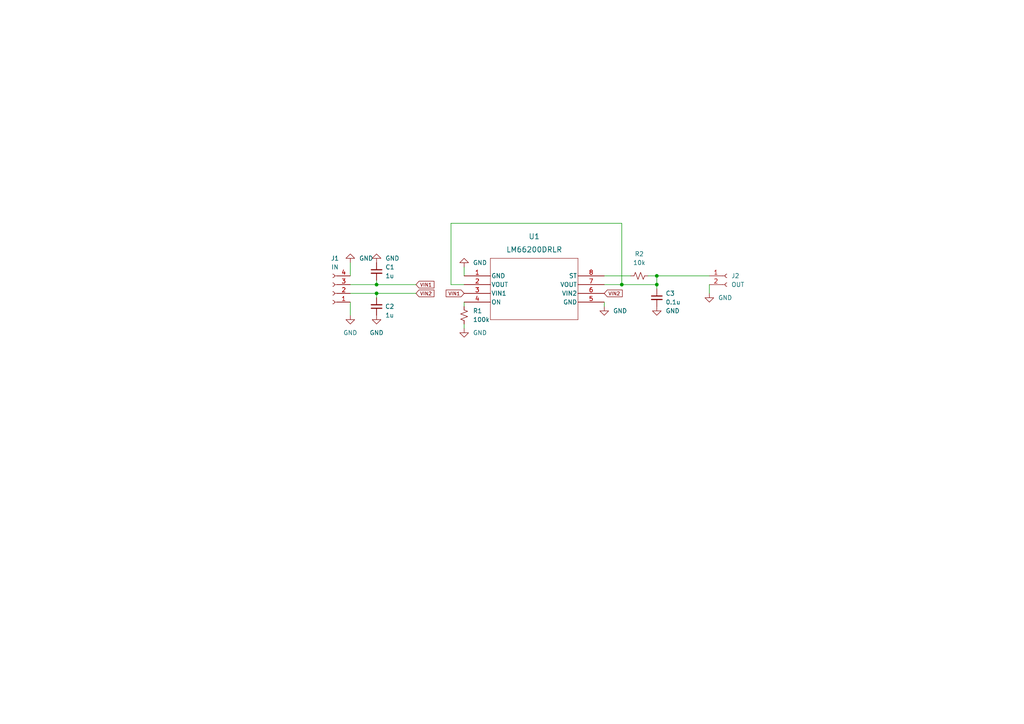
<source format=kicad_sch>
(kicad_sch (version 20211123) (generator eeschema)
  (paper "A4")
  (lib_symbols
    (symbol "Connector:Conn_01x02_Female" (pin_names (offset 1.016) hide)
      (property "Reference" "J" (at 0 2.54 0))
      (property "Value" "Conn_01x02_Female" (at 0 -5.08 0))
      (symbol "Conn_01x02_Female_1_1"
        (arc (start 0 -2.032) (mid -0.508 -2.54) (end 0 -3.048) (stroke (width 0.1524)))
        (polyline (pts (xy -1.27 -2.54) (xy -0.508 -2.54)) (stroke (width 0.1524)))
        (polyline (pts (xy -1.27 0) (xy -0.508 0)) (stroke (width 0.1524)))
        (arc (start 0 0.508) (mid -0.508 0) (end 0 -0.508) (stroke (width 0.1524)))
        (pin passive line (at -5.08 0 0) (length 3.81) (name "Pin_1") (number "1"))
        (pin passive line (at -5.08 -2.54 0) (length 3.81) (name "Pin_2") (number "2"))
      )
    )
    (symbol "Connector:Conn_01x04_Female" (pin_names (offset 1.016) hide)
      (property "Reference" "J" (at 0 5.08 0))
      (property "Value" "Conn_01x04_Female" (at 0 -7.62 0))
      (symbol "Conn_01x04_Female_1_1"
        (arc (start 0 -4.572) (mid -0.508 -5.08) (end 0 -5.588) (stroke (width 0.1524)))
        (arc (start 0 -2.032) (mid -0.508 -2.54) (end 0 -3.048) (stroke (width 0.1524)))
        (polyline (pts (xy -1.27 -5.08) (xy -0.508 -5.08)) (stroke (width 0.1524)))
        (polyline (pts (xy -1.27 -2.54) (xy -0.508 -2.54)) (stroke (width 0.1524)))
        (polyline (pts (xy -1.27 0) (xy -0.508 0)) (stroke (width 0.1524)))
        (polyline (pts (xy -1.27 2.54) (xy -0.508 2.54)) (stroke (width 0.1524)))
        (arc (start 0 0.508) (mid -0.508 0) (end 0 -0.508) (stroke (width 0.1524)))
        (arc (start 0 3.048) (mid -0.508 2.54) (end 0 2.032) (stroke (width 0.1524)))
        (pin passive line (at -5.08 2.54 0) (length 3.81) (name "Pin_1") (number "1"))
        (pin passive line (at -5.08 0 0) (length 3.81) (name "Pin_2") (number "2"))
        (pin passive line (at -5.08 -2.54 0) (length 3.81) (name "Pin_3") (number "3"))
        (pin passive line (at -5.08 -5.08 0) (length 3.81) (name "Pin_4") (number "4"))
      )
    )
    (symbol "Device:C_Small" (pin_numbers hide) (pin_names (offset 0.254) hide)
      (property "Reference" "C" (at 0.254 1.778 0))
      (property "Value" "C_Small" (at 0.254 -2.032 0))
      (symbol "C_Small_0_1"
        (polyline (pts (xy -1.524 -0.508) (xy 1.524 -0.508)) (stroke (width 0.3302)))
        (polyline (pts (xy -1.524 0.508) (xy 1.524 0.508)) (stroke (width 0.3048)))
      )
      (symbol "C_Small_1_1"
        (pin passive line (at 0 2.54 270) (length 2.032) (name "~") (number "1"))
        (pin passive line (at 0 -2.54 90) (length 2.032) (name "~") (number "2"))
      )
    )
    (symbol "Device:R_Small_US" (pin_numbers hide) (pin_names (offset 0.254) hide)
      (property "Reference" "R" (at 0.762 0.508 0))
      (property "Value" "R_Small_US" (at 0.762 -1.016 0))
      (symbol "R_Small_US_1_1"
        (polyline (pts (xy 0 0) (xy 1.016 -0.381) (xy 0 -0.762) (xy -1.016 -1.143) (xy 0 -1.524)))
        (polyline (pts (xy 0 1.524) (xy 1.016 1.143) (xy 0 0.762) (xy -1.016 0.381) (xy 0 0)))
        (pin passive line (at 0 2.54 270) (length 1.016) (name "~") (number "1"))
        (pin passive line (at 0 -2.54 90) (length 1.016) (name "~") (number "2"))
      )
    )
    (symbol "LM66200DRLR:LM66200DRLR" (pin_names (offset 0.254))
      (property "Reference" "U" (at 20.32 10.16 0))
      (property "Value" "LM66200DRLR" (at 20.32 7.62 0))
      (symbol "LM66200DRLR_0_1"
        (polyline (pts (xy 7.62 -12.7) (xy 33.02 -12.7)) (stroke (width 0.127)))
        (polyline (pts (xy 7.62 5.08) (xy 7.62 -12.7)) (stroke (width 0.127)))
        (polyline (pts (xy 33.02 -12.7) (xy 33.02 5.08)) (stroke (width 0.127)))
        (polyline (pts (xy 33.02 5.08) (xy 7.62 5.08)) (stroke (width 0.127)))
        (pin power_out line (at 0 0 0) (length 7.62) (name "GND") (number "1"))
        (pin power_in line (at 0 -2.54 0) (length 7.62) (name "VOUT") (number "2"))
        (pin input line (at 0 -5.08 0) (length 7.62) (name "VIN1") (number "3"))
        (pin input line (at 0 -7.62 0) (length 7.62) (name "ON") (number "4"))
        (pin power_out line (at 40.64 -7.62 180) (length 7.62) (name "GND") (number "5"))
        (pin input line (at 40.64 -5.08 180) (length 7.62) (name "VIN2") (number "6"))
        (pin output line (at 40.64 -2.54 180) (length 7.62) (name "VOUT") (number "7"))
        (pin output line (at 40.64 0 180) (length 7.62) (name "ST") (number "8"))
      )
    )
    (symbol "power:GND" (power) (pin_names (offset 0))
      (property "Value" "GND" (at 0 -3.81 0))
      (symbol "GND_0_1"
        (polyline (pts (xy 0 0) (xy 0 -1.27) (xy 1.27 -1.27) (xy 0 -2.54) (xy -1.27 -1.27) (xy 0 -1.27)))
      )
      (symbol "GND_1_1"
        (pin power_in line (at 0 0 270) (length 0) hide (name "GND") (number "1"))
      )
    )
  )
  (junction (at 190.5 82.55))
  (junction (at 109.22 82.55))
  (junction (at 109.22 85.09))
  (junction (at 180.34 82.55))
  (junction (at 190.5 80.01))
  (wire (pts (xy 190.5 80.01) (xy 187.96 80.01)))
  (wire (pts (xy 109.22 81.28) (xy 109.22 82.55)))
  (wire (pts (xy 134.62 77.47) (xy 134.62 80.01)))
  (wire (pts (xy 190.5 80.01) (xy 205.74 80.01)))
  (wire (pts (xy 101.6 85.09) (xy 109.22 85.09)))
  (wire (pts (xy 130.81 64.77) (xy 180.34 64.77)))
  (wire (pts (xy 109.22 82.55) (xy 120.65 82.55)))
  (wire (pts (xy 109.22 86.36) (xy 109.22 85.09)))
  (wire (pts (xy 101.6 91.44) (xy 101.6 87.63)))
  (wire (pts (xy 109.22 85.09) (xy 120.65 85.09)))
  (wire (pts (xy 175.26 80.01) (xy 182.88 80.01)))
  (wire (pts (xy 134.62 82.55) (xy 130.81 82.55)))
  (wire (pts (xy 101.6 82.55) (xy 109.22 82.55)))
  (wire (pts (xy 180.34 82.55) (xy 175.26 82.55)))
  (wire (pts (xy 101.6 76.2) (xy 101.6 80.01)))
  (wire (pts (xy 190.5 80.01) (xy 190.5 82.55)))
  (wire (pts (xy 190.5 82.55) (xy 180.34 82.55)))
  (wire (pts (xy 180.34 64.77) (xy 180.34 82.55)))
  (wire (pts (xy 134.62 95.25) (xy 134.62 93.98)))
  (wire (pts (xy 134.62 88.9) (xy 134.62 87.63)))
  (wire (pts (xy 190.5 82.55) (xy 190.5 83.82)))
  (wire (pts (xy 205.74 85.09) (xy 205.74 82.55)))
  (wire (pts (xy 130.81 82.55) (xy 130.81 64.77)))
  (wire (pts (xy 175.26 87.63) (xy 175.26 88.9)))
  (global_label "VIN2" (shape input) (at 175.26 85.09 0) (effects (font (size 1 1))) (property "Intersheet References" "${INTERSHEET_REFS}" (effects hide)))
  (global_label "VIN1" (shape input) (at 120.65 82.55 0) (effects (font (size 1 1))) (property "Intersheet References" "${INTERSHEET_REFS}" (effects hide)))
  (global_label "VIN2" (shape input) (at 120.65 85.09 0) (effects (font (size 1 1))) (property "Intersheet References" "${INTERSHEET_REFS}" (effects hide)))
  (global_label "VIN1" (shape input) (at 134.62 85.09 180) (effects (font (size 1 1))) (property "Intersheet References" "${INTERSHEET_REFS}" (effects hide)))
  (symbol (lib_id "Connector:Conn_01x04_Female") (at 96.52 85.09 180) (unit 1)
    (property "Reference" "J1" (at 97.155 74.93 0))
    (property "Value" "IN" (at 97.155 77.47 0))
    (property "Footprint" "Connector_Wire:SolderWire-0.1sqmm_1x04_P3.6mm_D0.4mm_OD1mm" (effects hide))
  )
  (symbol (lib_id "power:GND") (at 109.22 76.2 180) (unit 1)
    (property "Reference" "#PWR0102" (effects hide))
    (property "Value" "GND" (at 111.76 74.9299 0) (effects (justify right)))
  )
  (symbol (lib_id "power:GND") (at 101.6 91.44 0) (unit 1)
    (property "Reference" "#PWR0108" (effects hide))
    (property "Value" "GND" (at 101.6 96.52 0))
  )
  (symbol (lib_id "Device:C_Small") (at 109.22 78.74 0) (unit 1)
    (property "Reference" "C1" (at 111.76 77.4762 0) (effects (justify left)))
    (property "Value" "1u" (at 111.76 80.0162 0) (effects (justify left)))
    (property "Footprint" "Capacitor_SMD:C_0402_1005Metric" (effects hide))
    (property "LCSC" "C2887021" (effects hide))
  )
  (symbol (lib_id "power:GND") (at 101.6 76.2 180) (unit 1)
    (property "Reference" "#PWR0109" (effects hide))
    (property "Value" "GND" (at 104.14 74.9299 0) (effects (justify right)))
  )
  (symbol (lib_id "Device:C_Small") (at 109.22 88.9 180) (unit 1)
    (property "Reference" "C2" (at 113.03 88.9 0))
    (property "Value" "1u" (at 113.03 91.44 0))
    (property "Footprint" "Capacitor_SMD:C_0402_1005Metric" (effects hide))
    (property "LCSC" "C2887021" (effects hide))
  )
  (symbol (lib_id "Device:R_Small_US") (at 185.42 80.01 270) (unit 1)
    (property "Reference" "R2" (at 185.42 73.66 90))
    (property "Value" "10k" (at 185.42 76.2 90))
    (property "Footprint" "Resistor_SMD:R_0603_1608Metric" (effects hide))
    (property "LCSC" "C25804" (effects hide))
  )
  (symbol (lib_id "power:GND") (at 205.74 85.09 0) (unit 1)
    (property "Reference" "#PWR0107" (effects hide))
    (property "Value" "GND" (at 208.28 86.3599 0) (effects (justify left)))
  )
  (symbol (lib_id "power:GND") (at 109.22 91.44 0) (unit 1)
    (property "Reference" "#PWR0101" (effects hide))
    (property "Value" "GND" (at 109.22 96.52 0))
  )
  (symbol (lib_id "Device:C_Small") (at 190.5 86.36 0) (unit 1)
    (property "Reference" "C3" (at 193.04 85.0962 0) (effects (justify left)))
    (property "Value" "0.1u" (at 193.04 87.6362 0) (effects (justify left)))
    (property "Footprint" "Capacitor_SMD:C_0402_1005Metric" (effects hide))
    (property "LCSC" "C141382" (effects hide))
  )
  (symbol (lib_id "Device:R_Small_US") (at 134.62 91.44 180) (unit 1)
    (property "Reference" "R1" (at 137.16 90.1699 0) (effects (justify right)))
    (property "Value" "100k" (at 137.16 92.7099 0) (effects (justify right)))
    (property "Footprint" "Resistor_SMD:R_0603_1608Metric" (effects hide))
    (property "LCSC" "C25803" (effects hide))
  )
  (symbol (lib_id "Connector:Conn_01x02_Female") (at 210.82 80.01 0) (unit 1)
    (property "Reference" "J2" (at 212.09 80.0099 0) (effects (justify left)))
    (property "Value" "OUT" (at 212.09 82.5499 0) (effects (justify left)))
    (property "Footprint" "Connector_Wire:SolderWire-0.1sqmm_1x02_P3.6mm_D0.4mm_OD1mm" (effects hide))
  )
  (symbol (lib_id "power:GND") (at 175.26 88.9 0) (unit 1)
    (property "Reference" "#PWR0104" (effects hide))
    (property "Value" "GND" (at 177.8 90.1699 0) (effects (justify left)))
  )
  (symbol (lib_id "power:GND") (at 190.5 88.9 0) (unit 1)
    (property "Reference" "#PWR0106" (effects hide))
    (property "Value" "GND" (at 193.04 90.1699 0) (effects (justify left)))
  )
  (symbol (lib_id "LM66200DRLR:LM66200DRLR") (at 134.62 80.01 0) (unit 1)
    (property "Reference" "U1" (at 154.94 68.58 0) (effects (font (size 1.524 1.524))))
    (property "Value" "LM66200DRLR" (at 154.94 72.39 0) (effects (font (size 1.524 1.524))))
    (property "Footprint" "SOT 5x3:SOT-5X3_DRL_TEX" (effects hide))
    (property "Datasheet" "LM66200DRLR" (effects hide))
    (property "LCSC" "C3235556" (effects hide))
  )
  (symbol (lib_id "power:GND") (at 134.62 77.47 180) (unit 1)
    (property "Reference" "#PWR0105" (effects hide))
    (property "Value" "GND" (at 137.16 76.1999 0) (effects (justify right)))
  )
  (symbol (lib_id "power:GND") (at 134.62 95.25 0) (unit 1)
    (property "Reference" "#PWR0103" (effects hide))
    (property "Value" "GND" (at 137.16 96.5199 0) (effects (justify left)))
  )
)
</source>
